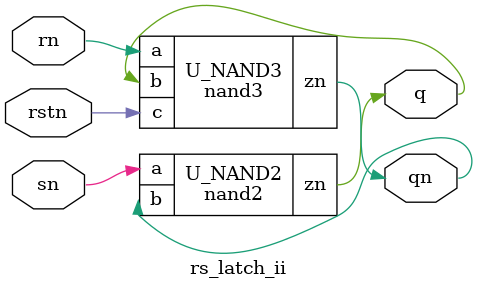
<source format=v>
module inv (/*AUTOARG*/
   // Outputs
   zn,
   // Inputs
   i
   );
  parameter DELAY = 1;
  
  input i;
  output zn;

  assign #DELAY zn = !i;
  
endmodule // inv

module buff (/*AUTOARG*/
   // Outputs
   z,
   // Inputs
   i
   );
  parameter DELAY = 1;
  
  input i;
  output z;

  assign #DELAY z = i;
  
endmodule // buff



module and2 (/*AUTOARG*/
   // Outputs
   z,
   // Inputs
   a, b
   );

  parameter DELAY = 1;
  input a,b;
  output z;
  
  assign #DELAY z= a & b;
  
endmodule // and2


module nand2 (/*AUTOARG*/
   // Outputs
   zn,
   // Inputs
   a, b
   );

   parameter DELAY = 1;
   input a,b;
   output zn;
   
   assign #DELAY zn= !(a & b);
   
endmodule // nand2



module and3 (/*AUTOARG*/
   // Outputs
   z,
   // Inputs
   a, b, c
   );

  parameter DELAY = 1;
  input a,b,c;
  output z;
  
  assign #DELAY z= a & b & c;
  
endmodule // and3

module nand3 (/*AUTOARG*/
   // Outputs
   zn,
   // Inputs
   a, b, c
   );

   parameter DELAY = 1;
   input a,b,c;
   output zn;
   
   assign #DELAY zn= !(a & b & c);
   
endmodule // nand3



module nand4 (/*AUTOARG*/
              // Outputs
              zn,
              // Inputs
              a, b, c, d
              );

   parameter DELAY = 1;
   input a,b,c,d;
   output zn;
   
   assign #DELAY zn= !(a & b & c & d);
   
endmodule // nand4






module or2 (/*AUTOARG*/
   // Outputs
   z,
   // Inputs
   a, b
   );

  parameter DELAY = 1;
  input a,b;
  output z;
  
  assign #DELAY z = a | b;
  
endmodule // and2

module rs_ff (/*AUTOARG*/
   // Outputs
   q, qn,
   // Inputs
   set, reset, async_rst_neg
   );
  
  parameter DELAY = 1;
  
  input set;
  input reset;
  input async_rst_neg;
  output q;
  output qn;
  
  /*AUTOINPUT*/
  /*AUTOOUTPUT*/
  
  /*AUTOREG*/
  /*AUTOWIRE*/

  wire                  set_i_n     = !(set & async_rst_neg);
  wire                  reset_i_n   = !(reset |  !async_rst_neg);
  reg                   q_i;
  wire                  q;

  always @(negedge reset_i_n or negedge set_i_n)
    if (!reset_i_n) 
      q_i <= 0; // asynchronous reset
    else 
      if (!set_i_n) 
        q_i <= 1; // asynchronous set

  // synopsys translate_off
  always @(reset_i_n or set_i_n)
    if (reset_i_n && !set_i_n) force q_i = 1;
    else release q_i;
  // synopsys translate_on


  assign #DELAY q =   q_i;
  assign #DELAY qn =  !q_i;
  
endmodule // rs_ff


module mux2 (/*AUTOARG*/
   // Outputs
   z,
   // Inputs
   a0, a1, s
   );
  
  input a0;
  input a1;
  input s;
  output z;

  parameter DELAY = 1;

  assign #DELAY z = s ? a1 : a0;
  
  /*AUTOINPUT*/
  
  /*AUTOOUTPUT*/
  
  /*AUTOREG*/
  
  /*AUTOWIRE*/
  
  
endmodule // mux2

// RS latch with inverted inputs
module rs_latch_ii(/*AUTOARG*/
   // Outputs
   q, qn,
   // Inputs
   sn, rn, rstn
   );
   input sn;
   input rn;
   input rstn;
   output q;
   output qn;
   

   nand2 U_NAND2(.zn(q),.a(sn),.b(qn));
   nand3 U_NAND3(.zn(qn),.a(rn),.b(q),.c(rstn));
   

                 
endmodule // rs_latch

                 



/*  
 Local Variables:
 verilog-library-directories:(
 "."
 )
 End:
 */



</source>
